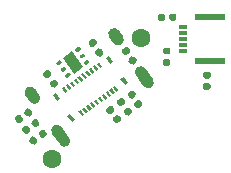
<source format=gbr>
%TF.GenerationSoftware,KiCad,Pcbnew,(5.1.6)-1*%
%TF.CreationDate,2020-12-05T12:07:26+01:00*%
%TF.ProjectId,bose-usb-c,626f7365-2d75-4736-922d-632e6b696361,Rev 1*%
%TF.SameCoordinates,Original*%
%TF.FileFunction,Soldermask,Top*%
%TF.FilePolarity,Negative*%
%FSLAX46Y46*%
G04 Gerber Fmt 4.6, Leading zero omitted, Abs format (unit mm)*
G04 Created by KiCad (PCBNEW (5.1.6)-1) date 2020-12-05 12:07:26*
%MOMM*%
%LPD*%
G01*
G04 APERTURE LIST*
%ADD10R,2.600000X0.600000*%
%ADD11R,0.800000X0.300000*%
%ADD12C,0.100000*%
%ADD13C,1.600000*%
G04 APERTURE END LIST*
D10*
%TO.C,J3*%
X81477772Y-64014481D03*
X81477772Y-60214481D03*
D11*
X79177772Y-61114481D03*
X79177772Y-61614481D03*
X79177772Y-62114481D03*
X79177772Y-62614481D03*
X79177772Y-63114481D03*
%TD*%
%TO.C,C1*%
G36*
G01*
X74649463Y-63288764D02*
X74366856Y-63486648D01*
G75*
G02*
X74161428Y-63450426I-84603J120825D01*
G01*
X73992223Y-63208776D01*
G75*
G02*
X74028445Y-63003348I120825J84603D01*
G01*
X74311052Y-62805464D01*
G75*
G02*
X74516480Y-62841686I84603J-120825D01*
G01*
X74685685Y-63083336D01*
G75*
G02*
X74649463Y-63288764I-120825J-84603D01*
G01*
G37*
G36*
G01*
X75205833Y-64083342D02*
X74923226Y-64281226D01*
G75*
G02*
X74717798Y-64245004I-84603J120825D01*
G01*
X74548593Y-64003354D01*
G75*
G02*
X74584815Y-63797926I120825J84603D01*
G01*
X74867422Y-63600042D01*
G75*
G02*
X75072850Y-63636264I84603J-120825D01*
G01*
X75242055Y-63877914D01*
G75*
G02*
X75205833Y-64083342I-120825J-84603D01*
G01*
G37*
%TD*%
D12*
%TO.C,J1*%
G36*
X74137422Y-65307929D02*
G01*
X74510247Y-65840378D01*
X74248118Y-66023923D01*
X73875293Y-65491474D01*
X74137422Y-65307929D01*
G37*
G36*
X72892761Y-63530369D02*
G01*
X73265586Y-64062818D01*
X73003457Y-64246363D01*
X72630632Y-63713914D01*
X72892761Y-63530369D01*
G37*
G36*
X69632085Y-68462599D02*
G01*
X70004910Y-68995048D01*
X69742781Y-69178593D01*
X69369956Y-68646144D01*
X69632085Y-68462599D01*
G37*
G36*
X68387424Y-66685039D02*
G01*
X68760249Y-67217488D01*
X68498120Y-67401033D01*
X68125295Y-66868584D01*
X68387424Y-66685039D01*
G37*
G36*
X70492641Y-68122498D02*
G01*
X70765090Y-68511595D01*
X70584877Y-68637782D01*
X70312428Y-68248685D01*
X70492641Y-68122498D01*
G37*
G36*
X70820302Y-67893068D02*
G01*
X71092751Y-68282165D01*
X70912538Y-68408352D01*
X70640089Y-68019255D01*
X70820302Y-67893068D01*
G37*
G36*
X71147962Y-67663637D02*
G01*
X71420411Y-68052734D01*
X71240198Y-68178921D01*
X70967749Y-67789824D01*
X71147962Y-67663637D01*
G37*
G36*
X71475623Y-67434207D02*
G01*
X71748072Y-67823304D01*
X71567859Y-67949491D01*
X71295410Y-67560394D01*
X71475623Y-67434207D01*
G37*
G36*
X71803284Y-67204776D02*
G01*
X72075733Y-67593873D01*
X71895520Y-67720060D01*
X71623071Y-67330963D01*
X71803284Y-67204776D01*
G37*
G36*
X72130945Y-66975346D02*
G01*
X72403394Y-67364443D01*
X72223181Y-67490630D01*
X71950732Y-67101533D01*
X72130945Y-66975346D01*
G37*
G36*
X72458606Y-66745915D02*
G01*
X72731055Y-67135012D01*
X72550842Y-67261199D01*
X72278393Y-66872102D01*
X72458606Y-66745915D01*
G37*
G36*
X72786266Y-66516484D02*
G01*
X73058715Y-66905581D01*
X72878502Y-67031768D01*
X72606053Y-66642671D01*
X72786266Y-66516484D01*
G37*
G36*
X73113927Y-66287054D02*
G01*
X73386376Y-66676151D01*
X73206163Y-66802338D01*
X72933714Y-66413241D01*
X73113927Y-66287054D01*
G37*
G36*
X73441588Y-66057623D02*
G01*
X73714037Y-66446720D01*
X73533824Y-66572907D01*
X73261375Y-66183810D01*
X73441588Y-66057623D01*
G37*
G36*
X69101718Y-66136055D02*
G01*
X69374167Y-66525152D01*
X69193954Y-66651339D01*
X68921505Y-66262242D01*
X69101718Y-66136055D01*
G37*
G36*
X69429379Y-65906624D02*
G01*
X69701828Y-66295721D01*
X69521615Y-66421908D01*
X69249166Y-66032811D01*
X69429379Y-65906624D01*
G37*
G36*
X69757040Y-65677194D02*
G01*
X70029489Y-66066291D01*
X69849276Y-66192478D01*
X69576827Y-65803381D01*
X69757040Y-65677194D01*
G37*
G36*
X70084700Y-65447763D02*
G01*
X70357149Y-65836860D01*
X70176936Y-65963047D01*
X69904487Y-65573950D01*
X70084700Y-65447763D01*
G37*
G36*
X70412361Y-65218332D02*
G01*
X70684810Y-65607429D01*
X70504597Y-65733616D01*
X70232148Y-65344519D01*
X70412361Y-65218332D01*
G37*
G36*
X70740022Y-64988902D02*
G01*
X71012471Y-65377999D01*
X70832258Y-65504186D01*
X70559809Y-65115089D01*
X70740022Y-64988902D01*
G37*
G36*
X71067683Y-64759471D02*
G01*
X71340132Y-65148568D01*
X71159919Y-65274755D01*
X70887470Y-64885658D01*
X71067683Y-64759471D01*
G37*
G36*
X71395344Y-64530041D02*
G01*
X71667793Y-64919138D01*
X71487580Y-65045325D01*
X71215131Y-64656228D01*
X71395344Y-64530041D01*
G37*
G36*
X71723004Y-64300610D02*
G01*
X71995453Y-64689707D01*
X71815240Y-64815894D01*
X71542791Y-64426797D01*
X71723004Y-64300610D01*
G37*
G36*
X72050665Y-64071180D02*
G01*
X72323114Y-64460277D01*
X72142901Y-64586464D01*
X71870452Y-64197367D01*
X72050665Y-64071180D01*
G37*
%TD*%
%TO.C,U1*%
G36*
X69798488Y-63172376D02*
G01*
X70716210Y-64483019D01*
X69897058Y-65056596D01*
X68979336Y-63745953D01*
X69798488Y-63172376D01*
G37*
G36*
G01*
X69563215Y-65015681D02*
X69649251Y-65138554D01*
G75*
G02*
X69630833Y-65243008I-61436J-43018D01*
G01*
X69385087Y-65415081D01*
G75*
G02*
X69280633Y-65396663I-43018J61436D01*
G01*
X69194597Y-65273790D01*
G75*
G02*
X69213015Y-65169336I61436J43018D01*
G01*
X69458761Y-64997263D01*
G75*
G02*
X69563215Y-65015681I43018J-61436D01*
G01*
G37*
G36*
G01*
X69190391Y-64483232D02*
X69276427Y-64606105D01*
G75*
G02*
X69258009Y-64710559I-61436J-43018D01*
G01*
X69012263Y-64882632D01*
G75*
G02*
X68907809Y-64864214I-43018J61436D01*
G01*
X68821773Y-64741341D01*
G75*
G02*
X68840191Y-64636887I61436J43018D01*
G01*
X69085937Y-64464814D01*
G75*
G02*
X69190391Y-64483232I43018J-61436D01*
G01*
G37*
G36*
G01*
X68817566Y-63950783D02*
X68903602Y-64073656D01*
G75*
G02*
X68885184Y-64178110I-61436J-43018D01*
G01*
X68639438Y-64350183D01*
G75*
G02*
X68534984Y-64331765I-43018J61436D01*
G01*
X68448948Y-64208892D01*
G75*
G02*
X68467366Y-64104438I61436J43018D01*
G01*
X68713112Y-63932365D01*
G75*
G02*
X68817566Y-63950783I43018J-61436D01*
G01*
G37*
G36*
G01*
X70414913Y-62832309D02*
X70500949Y-62955182D01*
G75*
G02*
X70482531Y-63059636I-61436J-43018D01*
G01*
X70236785Y-63231709D01*
G75*
G02*
X70132331Y-63213291I-43018J61436D01*
G01*
X70046295Y-63090418D01*
G75*
G02*
X70064713Y-62985964I61436J43018D01*
G01*
X70310459Y-62813891D01*
G75*
G02*
X70414913Y-62832309I43018J-61436D01*
G01*
G37*
G36*
G01*
X70787737Y-63364758D02*
X70873773Y-63487631D01*
G75*
G02*
X70855355Y-63592085I-61436J-43018D01*
G01*
X70609609Y-63764158D01*
G75*
G02*
X70505155Y-63745740I-43018J61436D01*
G01*
X70419119Y-63622867D01*
G75*
G02*
X70437537Y-63518413I61436J43018D01*
G01*
X70683283Y-63346340D01*
G75*
G02*
X70787737Y-63364758I43018J-61436D01*
G01*
G37*
G36*
G01*
X71160562Y-63897207D02*
X71246598Y-64020080D01*
G75*
G02*
X71228180Y-64124534I-61436J-43018D01*
G01*
X70982434Y-64296607D01*
G75*
G02*
X70877980Y-64278189I-43018J61436D01*
G01*
X70791944Y-64155316D01*
G75*
G02*
X70810362Y-64050862I61436J43018D01*
G01*
X71056108Y-63878789D01*
G75*
G02*
X71160562Y-63897207I43018J-61436D01*
G01*
G37*
%TD*%
%TO.C,R14*%
G36*
G01*
X73320094Y-68259902D02*
X73037487Y-68457786D01*
G75*
G02*
X72832059Y-68421564I-84603J120825D01*
G01*
X72662854Y-68179914D01*
G75*
G02*
X72699076Y-67974486I120825J84603D01*
G01*
X72981683Y-67776602D01*
G75*
G02*
X73187111Y-67812824I84603J-120825D01*
G01*
X73356316Y-68054474D01*
G75*
G02*
X73320094Y-68259902I-120825J-84603D01*
G01*
G37*
G36*
G01*
X73876464Y-69054480D02*
X73593857Y-69252364D01*
G75*
G02*
X73388429Y-69216142I-84603J120825D01*
G01*
X73219224Y-68974492D01*
G75*
G02*
X73255446Y-68769064I120825J84603D01*
G01*
X73538053Y-68571180D01*
G75*
G02*
X73743481Y-68607402I84603J-120825D01*
G01*
X73912686Y-68849052D01*
G75*
G02*
X73876464Y-69054480I-120825J-84603D01*
G01*
G37*
%TD*%
%TO.C,R22*%
G36*
G01*
X71830095Y-62609904D02*
X71547488Y-62807788D01*
G75*
G02*
X71342060Y-62771566I-84603J120825D01*
G01*
X71172855Y-62529916D01*
G75*
G02*
X71209077Y-62324488I120825J84603D01*
G01*
X71491684Y-62126604D01*
G75*
G02*
X71697112Y-62162826I84603J-120825D01*
G01*
X71866317Y-62404476D01*
G75*
G02*
X71830095Y-62609904I-120825J-84603D01*
G01*
G37*
G36*
G01*
X72386465Y-63404482D02*
X72103858Y-63602366D01*
G75*
G02*
X71898430Y-63566144I-84603J120825D01*
G01*
X71729225Y-63324494D01*
G75*
G02*
X71765447Y-63119066I120825J84603D01*
G01*
X72048054Y-62921182D01*
G75*
G02*
X72253482Y-62957404I84603J-120825D01*
G01*
X72422687Y-63199054D01*
G75*
G02*
X72386465Y-63404482I-120825J-84603D01*
G01*
G37*
%TD*%
D13*
%TO.C,H1*%
X68057773Y-72314486D03*
%TD*%
%TO.C,H2*%
X75577773Y-62004487D03*
%TD*%
%TO.C,R21*%
G36*
G01*
X66023345Y-69489157D02*
X66221229Y-69771764D01*
G75*
G02*
X66185007Y-69977192I-120825J-84603D01*
G01*
X65943357Y-70146397D01*
G75*
G02*
X65737929Y-70110175I-84603J120825D01*
G01*
X65540045Y-69827568D01*
G75*
G02*
X65576267Y-69622140I120825J84603D01*
G01*
X65817917Y-69452935D01*
G75*
G02*
X66023345Y-69489157I84603J-120825D01*
G01*
G37*
G36*
G01*
X66817923Y-68932787D02*
X67015807Y-69215394D01*
G75*
G02*
X66979585Y-69420822I-120825J-84603D01*
G01*
X66737935Y-69590027D01*
G75*
G02*
X66532507Y-69553805I-84603J120825D01*
G01*
X66334623Y-69271198D01*
G75*
G02*
X66370845Y-69065770I120825J84603D01*
G01*
X66612495Y-68896565D01*
G75*
G02*
X66817923Y-68932787I84603J-120825D01*
G01*
G37*
%TD*%
%TO.C,R20*%
G36*
G01*
X67925449Y-65749065D02*
X68208056Y-65551181D01*
G75*
G02*
X68413484Y-65587403I84603J-120825D01*
G01*
X68582689Y-65829053D01*
G75*
G02*
X68546467Y-66034481I-120825J-84603D01*
G01*
X68263860Y-66232365D01*
G75*
G02*
X68058432Y-66196143I-84603J120825D01*
G01*
X67889227Y-65954493D01*
G75*
G02*
X67925449Y-65749065I120825J84603D01*
G01*
G37*
G36*
G01*
X67369079Y-64954487D02*
X67651686Y-64756603D01*
G75*
G02*
X67857114Y-64792825I84603J-120825D01*
G01*
X68026319Y-65034475D01*
G75*
G02*
X67990097Y-65239903I-120825J-84603D01*
G01*
X67707490Y-65437787D01*
G75*
G02*
X67502062Y-65401565I-84603J120825D01*
G01*
X67332857Y-65159915D01*
G75*
G02*
X67369079Y-64954487I120825J84603D01*
G01*
G37*
%TD*%
%TO.C,C2*%
G36*
G01*
X65932354Y-68646809D02*
X65734470Y-68364202D01*
G75*
G02*
X65770692Y-68158774I120825J84603D01*
G01*
X66012342Y-67989569D01*
G75*
G02*
X66217770Y-68025791I84603J-120825D01*
G01*
X66415654Y-68308398D01*
G75*
G02*
X66379432Y-68513826I-120825J-84603D01*
G01*
X66137782Y-68683031D01*
G75*
G02*
X65932354Y-68646809I-84603J120825D01*
G01*
G37*
G36*
G01*
X65137776Y-69203179D02*
X64939892Y-68920572D01*
G75*
G02*
X64976114Y-68715144I120825J84603D01*
G01*
X65217764Y-68545939D01*
G75*
G02*
X65423192Y-68582161I84603J-120825D01*
G01*
X65621076Y-68864768D01*
G75*
G02*
X65584854Y-69070196I-120825J-84603D01*
G01*
X65343204Y-69239401D01*
G75*
G02*
X65137776Y-69203179I-84603J120825D01*
G01*
G37*
%TD*%
%TO.C,R19*%
G36*
G01*
X78020000Y-60462500D02*
X78020000Y-60117500D01*
G75*
G02*
X78167500Y-59970000I147500J0D01*
G01*
X78462500Y-59970000D01*
G75*
G02*
X78610000Y-60117500I0J-147500D01*
G01*
X78610000Y-60462500D01*
G75*
G02*
X78462500Y-60610000I-147500J0D01*
G01*
X78167500Y-60610000D01*
G75*
G02*
X78020000Y-60462500I0J147500D01*
G01*
G37*
G36*
G01*
X77050000Y-60462500D02*
X77050000Y-60117500D01*
G75*
G02*
X77197500Y-59970000I147500J0D01*
G01*
X77492500Y-59970000D01*
G75*
G02*
X77640000Y-60117500I0J-147500D01*
G01*
X77640000Y-60462500D01*
G75*
G02*
X77492500Y-60610000I-147500J0D01*
G01*
X77197500Y-60610000D01*
G75*
G02*
X77050000Y-60462500I0J147500D01*
G01*
G37*
%TD*%
%TO.C,R18*%
G36*
G01*
X77952500Y-63430000D02*
X77607500Y-63430000D01*
G75*
G02*
X77460000Y-63282500I0J147500D01*
G01*
X77460000Y-62987500D01*
G75*
G02*
X77607500Y-62840000I147500J0D01*
G01*
X77952500Y-62840000D01*
G75*
G02*
X78100000Y-62987500I0J-147500D01*
G01*
X78100000Y-63282500D01*
G75*
G02*
X77952500Y-63430000I-147500J0D01*
G01*
G37*
G36*
G01*
X77952500Y-64400000D02*
X77607500Y-64400000D01*
G75*
G02*
X77460000Y-64252500I0J147500D01*
G01*
X77460000Y-63957500D01*
G75*
G02*
X77607500Y-63810000I147500J0D01*
G01*
X77952500Y-63810000D01*
G75*
G02*
X78100000Y-63957500I0J-147500D01*
G01*
X78100000Y-64252500D01*
G75*
G02*
X77952500Y-64400000I-147500J0D01*
G01*
G37*
%TD*%
%TO.C,R17*%
G36*
G01*
X81015273Y-65854485D02*
X81360273Y-65854485D01*
G75*
G02*
X81507773Y-66001985I0J-147500D01*
G01*
X81507773Y-66296985D01*
G75*
G02*
X81360273Y-66444485I-147500J0D01*
G01*
X81015273Y-66444485D01*
G75*
G02*
X80867773Y-66296985I0J147500D01*
G01*
X80867773Y-66001985D01*
G75*
G02*
X81015273Y-65854485I147500J0D01*
G01*
G37*
G36*
G01*
X81015273Y-64884485D02*
X81360273Y-64884485D01*
G75*
G02*
X81507773Y-65031985I0J-147500D01*
G01*
X81507773Y-65326985D01*
G75*
G02*
X81360273Y-65474485I-147500J0D01*
G01*
X81015273Y-65474485D01*
G75*
G02*
X80867773Y-65326985I0J147500D01*
G01*
X80867773Y-65031985D01*
G75*
G02*
X81015273Y-64884485I147500J0D01*
G01*
G37*
%TD*%
%TO.C,R16*%
G36*
G01*
X75130095Y-66969905D02*
X74847488Y-67167789D01*
G75*
G02*
X74642060Y-67131567I-84603J120825D01*
G01*
X74472855Y-66889917D01*
G75*
G02*
X74509077Y-66684489I120825J84603D01*
G01*
X74791684Y-66486605D01*
G75*
G02*
X74997112Y-66522827I84603J-120825D01*
G01*
X75166317Y-66764477D01*
G75*
G02*
X75130095Y-66969905I-120825J-84603D01*
G01*
G37*
G36*
G01*
X75686465Y-67764483D02*
X75403858Y-67962367D01*
G75*
G02*
X75198430Y-67926145I-84603J120825D01*
G01*
X75029225Y-67684495D01*
G75*
G02*
X75065447Y-67479067I120825J84603D01*
G01*
X75348054Y-67281183D01*
G75*
G02*
X75553482Y-67317405I84603J-120825D01*
G01*
X75722687Y-67559055D01*
G75*
G02*
X75686465Y-67764483I-120825J-84603D01*
G01*
G37*
%TD*%
%TO.C,R15*%
G36*
G01*
X74240096Y-67609904D02*
X73957489Y-67807788D01*
G75*
G02*
X73752061Y-67771566I-84603J120825D01*
G01*
X73582856Y-67529916D01*
G75*
G02*
X73619078Y-67324488I120825J84603D01*
G01*
X73901685Y-67126604D01*
G75*
G02*
X74107113Y-67162826I84603J-120825D01*
G01*
X74276318Y-67404476D01*
G75*
G02*
X74240096Y-67609904I-120825J-84603D01*
G01*
G37*
G36*
G01*
X74796466Y-68404482D02*
X74513859Y-68602366D01*
G75*
G02*
X74308431Y-68566144I-84603J120825D01*
G01*
X74139226Y-68324494D01*
G75*
G02*
X74175448Y-68119066I120825J84603D01*
G01*
X74458055Y-67921182D01*
G75*
G02*
X74663483Y-67957404I84603J-120825D01*
G01*
X74832688Y-68199054D01*
G75*
G02*
X74796466Y-68404482I-120825J-84603D01*
G01*
G37*
%TD*%
%TO.C,FB1*%
G36*
G01*
X67144865Y-70463211D02*
X66946981Y-70180604D01*
G75*
G02*
X66983203Y-69975176I120825J84603D01*
G01*
X67224853Y-69805971D01*
G75*
G02*
X67430281Y-69842193I84603J-120825D01*
G01*
X67628165Y-70124800D01*
G75*
G02*
X67591943Y-70330228I-120825J-84603D01*
G01*
X67350293Y-70499433D01*
G75*
G02*
X67144865Y-70463211I-84603J120825D01*
G01*
G37*
G36*
G01*
X66350287Y-71019581D02*
X66152403Y-70736974D01*
G75*
G02*
X66188625Y-70531546I120825J84603D01*
G01*
X66430275Y-70362341D01*
G75*
G02*
X66635703Y-70398563I84603J-120825D01*
G01*
X66833587Y-70681170D01*
G75*
G02*
X66797365Y-70886598I-120825J-84603D01*
G01*
X66555715Y-71055803D01*
G75*
G02*
X66350287Y-71019581I-84603J120825D01*
G01*
G37*
%TD*%
%TO.C,J2*%
G36*
G01*
X75797693Y-66087901D02*
X75166759Y-65186833D01*
G75*
G02*
X75289547Y-64490469I409576J286788D01*
G01*
X75289547Y-64490469D01*
G75*
G02*
X75985911Y-64613257I286788J-409576D01*
G01*
X76616845Y-65514325D01*
G75*
G02*
X76494057Y-66210689I-409576J-286788D01*
G01*
X76494057Y-66210689D01*
G75*
G02*
X75797693Y-66087901I-286788J409576D01*
G01*
G37*
G36*
G01*
X68720219Y-71043601D02*
X68089285Y-70142533D01*
G75*
G02*
X68212073Y-69446169I409576J286788D01*
G01*
X68212073Y-69446169D01*
G75*
G02*
X68908437Y-69568957I286788J-409576D01*
G01*
X69539371Y-70470025D01*
G75*
G02*
X69416583Y-71166389I-409576J-286788D01*
G01*
X69416583Y-71166389D01*
G75*
G02*
X68720219Y-71043601I-286788J409576D01*
G01*
G37*
G36*
G01*
X66179276Y-67414758D02*
X65835130Y-66923266D01*
G75*
G02*
X65957918Y-66226902I409576J286788D01*
G01*
X65957918Y-66226902D01*
G75*
G02*
X66654282Y-66349690I286788J-409576D01*
G01*
X66998428Y-66841182D01*
G75*
G02*
X66875640Y-67537546I-409576J-286788D01*
G01*
X66875640Y-67537546D01*
G75*
G02*
X66179276Y-67414758I-286788J409576D01*
G01*
G37*
G36*
G01*
X73256750Y-62459057D02*
X72912604Y-61967565D01*
G75*
G02*
X73035392Y-61271201I409576J286788D01*
G01*
X73035392Y-61271201D01*
G75*
G02*
X73731756Y-61393989I286788J-409576D01*
G01*
X74075902Y-61885481D01*
G75*
G02*
X73953114Y-62581845I-409576J-286788D01*
G01*
X73953114Y-62581845D01*
G75*
G02*
X73256750Y-62459057I-286788J409576D01*
G01*
G37*
%TD*%
M02*

</source>
